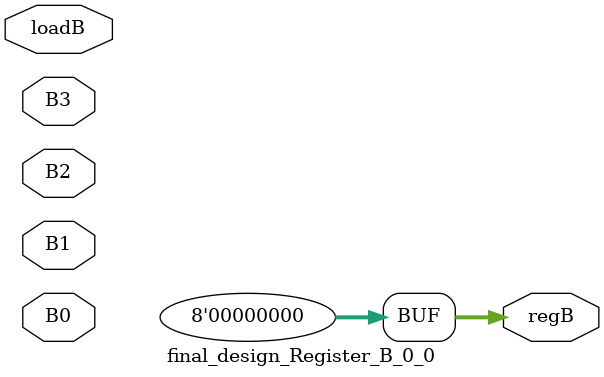
<source format=v>
module final_design_Register_B_0_0(	// file.cleaned.mlir:2:3
  input        B0,	// file.cleaned.mlir:2:45
               B1,	// file.cleaned.mlir:2:58
               B2,	// file.cleaned.mlir:2:71
               B3,	// file.cleaned.mlir:2:84
               loadB,	// file.cleaned.mlir:2:97
  output [7:0] regB	// file.cleaned.mlir:2:114
);

  assign regB = 8'h0;	// file.cleaned.mlir:3:14, :4:5
endmodule


</source>
